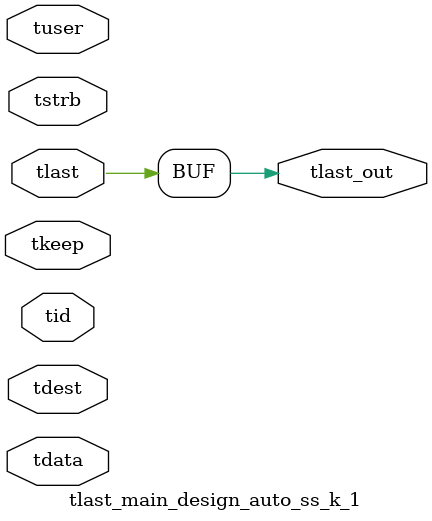
<source format=v>


`timescale 1ps/1ps

module tlast_main_design_auto_ss_k_1 #
(
parameter C_S_AXIS_TID_WIDTH   = 1,
parameter C_S_AXIS_TUSER_WIDTH = 0,
parameter C_S_AXIS_TDATA_WIDTH = 0,
parameter C_S_AXIS_TDEST_WIDTH = 0
)
(
input  [(C_S_AXIS_TID_WIDTH   == 0 ? 1 : C_S_AXIS_TID_WIDTH)-1:0       ] tid,
input  [(C_S_AXIS_TDATA_WIDTH == 0 ? 1 : C_S_AXIS_TDATA_WIDTH)-1:0     ] tdata,
input  [(C_S_AXIS_TUSER_WIDTH == 0 ? 1 : C_S_AXIS_TUSER_WIDTH)-1:0     ] tuser,
input  [(C_S_AXIS_TDEST_WIDTH == 0 ? 1 : C_S_AXIS_TDEST_WIDTH)-1:0     ] tdest,
input  [(C_S_AXIS_TDATA_WIDTH/8)-1:0 ] tkeep,
input  [(C_S_AXIS_TDATA_WIDTH/8)-1:0 ] tstrb,
input  [0:0]                                                             tlast,
output                                                                   tlast_out
);

assign tlast_out = {tlast};

endmodule


</source>
